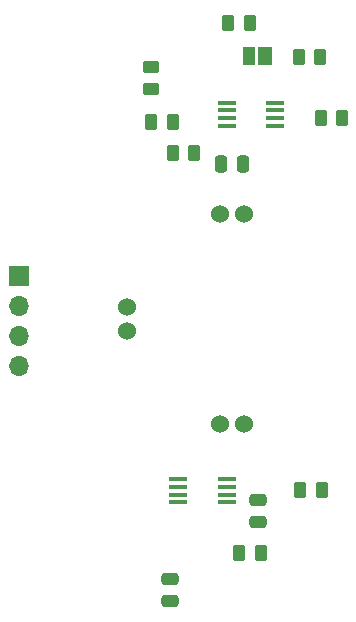
<source format=gbr>
%TF.GenerationSoftware,KiCad,Pcbnew,(6.0.6)*%
%TF.CreationDate,2022-08-03T15:09:15-07:00*%
%TF.ProjectId,ULPSM_R12,554c5053-4d5f-4523-9132-2e6b69636164,rev?*%
%TF.SameCoordinates,Original*%
%TF.FileFunction,Soldermask,Top*%
%TF.FilePolarity,Negative*%
%FSLAX46Y46*%
G04 Gerber Fmt 4.6, Leading zero omitted, Abs format (unit mm)*
G04 Created by KiCad (PCBNEW (6.0.6)) date 2022-08-03 15:09:15*
%MOMM*%
%LPD*%
G01*
G04 APERTURE LIST*
G04 Aperture macros list*
%AMRoundRect*
0 Rectangle with rounded corners*
0 $1 Rounding radius*
0 $2 $3 $4 $5 $6 $7 $8 $9 X,Y pos of 4 corners*
0 Add a 4 corners polygon primitive as box body*
4,1,4,$2,$3,$4,$5,$6,$7,$8,$9,$2,$3,0*
0 Add four circle primitives for the rounded corners*
1,1,$1+$1,$2,$3*
1,1,$1+$1,$4,$5*
1,1,$1+$1,$6,$7*
1,1,$1+$1,$8,$9*
0 Add four rect primitives between the rounded corners*
20,1,$1+$1,$2,$3,$4,$5,0*
20,1,$1+$1,$4,$5,$6,$7,0*
20,1,$1+$1,$6,$7,$8,$9,0*
20,1,$1+$1,$8,$9,$2,$3,0*%
G04 Aperture macros list end*
%ADD10RoundRect,0.250000X0.262500X0.450000X-0.262500X0.450000X-0.262500X-0.450000X0.262500X-0.450000X0*%
%ADD11R,1.524000X0.457200*%
%ADD12R,1.016000X1.549400*%
%ADD13R,1.193800X1.549400*%
%ADD14RoundRect,0.250000X-0.475000X0.250000X-0.475000X-0.250000X0.475000X-0.250000X0.475000X0.250000X0*%
%ADD15RoundRect,0.250000X-0.262500X-0.450000X0.262500X-0.450000X0.262500X0.450000X-0.262500X0.450000X0*%
%ADD16RoundRect,0.250000X-0.250000X-0.475000X0.250000X-0.475000X0.250000X0.475000X-0.250000X0.475000X0*%
%ADD17RoundRect,0.250000X-0.450000X0.262500X-0.450000X-0.262500X0.450000X-0.262500X0.450000X0.262500X0*%
%ADD18C,1.524000*%
%ADD19O,1.700000X1.700000*%
%ADD20R,1.700000X1.700000*%
G04 APERTURE END LIST*
D10*
%TO.C,R6*%
X160087508Y-35519995D03*
X161912508Y-35519995D03*
%TD*%
D11*
%TO.C,U1*%
X153993600Y-73199999D03*
X153993600Y-72550001D03*
X153993600Y-71899999D03*
X153993600Y-71250001D03*
X149906400Y-71250001D03*
X149906400Y-71899999D03*
X149906400Y-72550001D03*
X149906400Y-73199999D03*
%TD*%
D12*
%TO.C,C2*%
X155926500Y-35425000D03*
D13*
X157234600Y-35425000D03*
%TD*%
D14*
%TO.C,C1*%
X156675000Y-73000000D03*
X156675000Y-74900000D03*
%TD*%
D15*
%TO.C,R5*%
X154112500Y-32650000D03*
X155937500Y-32650000D03*
%TD*%
%TO.C,R2*%
X149425000Y-40965499D03*
X147600000Y-40965499D03*
%TD*%
D16*
%TO.C,C4*%
X153500000Y-44575000D03*
X155400000Y-44575000D03*
%TD*%
D14*
%TO.C,C3*%
X149230000Y-81580000D03*
X149230000Y-79680000D03*
%TD*%
D10*
%TO.C,R7*%
X156887500Y-77520000D03*
X155062500Y-77520000D03*
%TD*%
D15*
%TO.C,R8*%
X161950000Y-40665499D03*
X163775000Y-40665499D03*
%TD*%
%TO.C,R3*%
X149425000Y-43615499D03*
X151250000Y-43615499D03*
%TD*%
%TO.C,R4*%
X160237500Y-72200000D03*
X162062500Y-72200000D03*
%TD*%
D11*
%TO.C,U2*%
X153993900Y-39365500D03*
X153993900Y-40015498D03*
X153993900Y-40665500D03*
X153993900Y-41315498D03*
X158081100Y-41315498D03*
X158081100Y-40665500D03*
X158081100Y-40015498D03*
X158081100Y-39365500D03*
%TD*%
D17*
%TO.C,R1*%
X147625000Y-36362500D03*
X147625000Y-38187500D03*
%TD*%
D18*
%TO.C,SENS-CO1*%
X153456700Y-66580000D03*
X145570000Y-58693300D03*
X145570000Y-56686700D03*
X153456700Y-48800000D03*
X155463300Y-48800000D03*
X155463300Y-66580000D03*
%TD*%
D19*
%TO.C,J1*%
X136380000Y-61670000D03*
X136380000Y-59130000D03*
X136380000Y-56590000D03*
D20*
X136380000Y-54050000D03*
%TD*%
M02*

</source>
